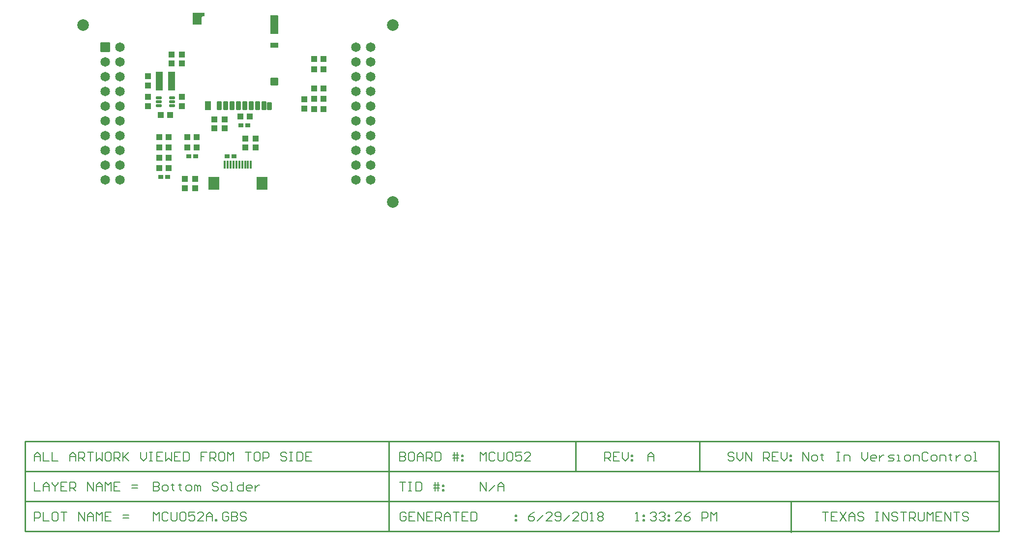
<source format=gbs>
G04 Layer_Color=16711935*
%FSAX25Y25*%
%MOIN*%
G70*
G01*
G75*
%ADD10C,0.01000*%
%ADD11C,0.00800*%
%ADD37C,0.06496*%
G04:AMPARAMS|DCode=38|XSize=64.96mil|YSize=64.96mil|CornerRadius=3.8mil|HoleSize=0mil|Usage=FLASHONLY|Rotation=270.000|XOffset=0mil|YOffset=0mil|HoleType=Round|Shape=RoundedRectangle|*
%AMROUNDEDRECTD38*
21,1,0.06496,0.05736,0,0,270.0*
21,1,0.05736,0.06496,0,0,270.0*
1,1,0.00760,-0.02868,-0.02868*
1,1,0.00760,-0.02868,0.02868*
1,1,0.00760,0.02868,0.02868*
1,1,0.00760,0.02868,-0.02868*
%
%ADD38ROUNDEDRECTD38*%
%ADD39R,0.04134X0.04331*%
%ADD40R,0.04331X0.04134*%
G04:AMPARAMS|DCode=41|XSize=19.68mil|YSize=37.4mil|CornerRadius=3.94mil|HoleSize=0mil|Usage=FLASHONLY|Rotation=90.000|XOffset=0mil|YOffset=0mil|HoleType=Round|Shape=RoundedRectangle|*
%AMROUNDEDRECTD41*
21,1,0.01968,0.02953,0,0,90.0*
21,1,0.01181,0.03740,0,0,90.0*
1,1,0.00787,0.01476,0.00591*
1,1,0.00787,0.01476,-0.00591*
1,1,0.00787,-0.01476,-0.00591*
1,1,0.00787,-0.01476,0.00591*
%
%ADD41ROUNDEDRECTD41*%
%ADD42R,0.03543X0.02756*%
%ADD43R,0.01575X0.05512*%
%ADD44R,0.07480X0.09055*%
G04:AMPARAMS|DCode=45|XSize=43.31mil|YSize=43.31mil|CornerRadius=3.54mil|HoleSize=0mil|Usage=FLASHONLY|Rotation=0.000|XOffset=0mil|YOffset=0mil|HoleType=Round|Shape=RoundedRectangle|*
%AMROUNDEDRECTD45*
21,1,0.04331,0.03622,0,0,0.0*
21,1,0.03622,0.04331,0,0,0.0*
1,1,0.00709,0.01811,-0.01811*
1,1,0.00709,-0.01811,-0.01811*
1,1,0.00709,-0.01811,0.01811*
1,1,0.00709,0.01811,0.01811*
%
%ADD45ROUNDEDRECTD45*%
G04:AMPARAMS|DCode=46|XSize=51.18mil|YSize=129.92mil|CornerRadius=3.86mil|HoleSize=0mil|Usage=FLASHONLY|Rotation=0.000|XOffset=0mil|YOffset=0mil|HoleType=Round|Shape=RoundedRectangle|*
%AMROUNDEDRECTD46*
21,1,0.05118,0.12220,0,0,0.0*
21,1,0.04347,0.12992,0,0,0.0*
1,1,0.00772,0.02173,-0.06110*
1,1,0.00772,-0.02173,-0.06110*
1,1,0.00772,-0.02173,0.06110*
1,1,0.00772,0.02173,0.06110*
%
%ADD46ROUNDEDRECTD46*%
G04:AMPARAMS|DCode=47|XSize=51.18mil|YSize=51.18mil|CornerRadius=3.86mil|HoleSize=0mil|Usage=FLASHONLY|Rotation=0.000|XOffset=0mil|YOffset=0mil|HoleType=Round|Shape=RoundedRectangle|*
%AMROUNDEDRECTD47*
21,1,0.05118,0.04347,0,0,0.0*
21,1,0.04347,0.05118,0,0,0.0*
1,1,0.00772,0.02173,-0.02173*
1,1,0.00772,-0.02173,-0.02173*
1,1,0.00772,-0.02173,0.02173*
1,1,0.00772,0.02173,0.02173*
%
%ADD47ROUNDEDRECTD47*%
G04:AMPARAMS|DCode=48|XSize=43.31mil|YSize=59.05mil|CornerRadius=3.94mil|HoleSize=0mil|Usage=FLASHONLY|Rotation=0.000|XOffset=0mil|YOffset=0mil|HoleType=Round|Shape=RoundedRectangle|*
%AMROUNDEDRECTD48*
21,1,0.04331,0.05118,0,0,0.0*
21,1,0.03543,0.05905,0,0,0.0*
1,1,0.00787,0.01772,-0.02559*
1,1,0.00787,-0.01772,-0.02559*
1,1,0.00787,-0.01772,0.02559*
1,1,0.00787,0.01772,0.02559*
%
%ADD48ROUNDEDRECTD48*%
G04:AMPARAMS|DCode=49|XSize=51.18mil|YSize=35.43mil|CornerRadius=3.23mil|HoleSize=0mil|Usage=FLASHONLY|Rotation=0.000|XOffset=0mil|YOffset=0mil|HoleType=Round|Shape=RoundedRectangle|*
%AMROUNDEDRECTD49*
21,1,0.05118,0.02898,0,0,0.0*
21,1,0.04472,0.03543,0,0,0.0*
1,1,0.00646,0.02236,-0.01449*
1,1,0.00646,-0.02236,-0.01449*
1,1,0.00646,-0.02236,0.01449*
1,1,0.00646,0.02236,0.01449*
%
%ADD49ROUNDEDRECTD49*%
G04:AMPARAMS|DCode=50|XSize=31.5mil|YSize=51.18mil|CornerRadius=3.9mil|HoleSize=0mil|Usage=FLASHONLY|Rotation=0.000|XOffset=0mil|YOffset=0mil|HoleType=Round|Shape=RoundedRectangle|*
%AMROUNDEDRECTD50*
21,1,0.03150,0.04339,0,0,0.0*
21,1,0.02370,0.05118,0,0,0.0*
1,1,0.00779,0.01185,-0.02169*
1,1,0.00779,-0.01185,-0.02169*
1,1,0.00779,-0.01185,0.02169*
1,1,0.00779,0.01185,0.02169*
%
%ADD50ROUNDEDRECTD50*%
G04:AMPARAMS|DCode=51|XSize=31.5mil|YSize=59.05mil|CornerRadius=3.9mil|HoleSize=0mil|Usage=FLASHONLY|Rotation=0.000|XOffset=0mil|YOffset=0mil|HoleType=Round|Shape=RoundedRectangle|*
%AMROUNDEDRECTD51*
21,1,0.03150,0.05126,0,0,0.0*
21,1,0.02370,0.05905,0,0,0.0*
1,1,0.00779,0.01185,-0.02563*
1,1,0.00779,-0.01185,-0.02563*
1,1,0.00779,-0.01185,0.02563*
1,1,0.00779,0.01185,0.02563*
%
%ADD51ROUNDEDRECTD51*%
%ADD52R,0.04803X0.12992*%
%ADD53C,0.07874*%
G36*
X0161601Y0391681D02*
X0161638Y0391669D01*
X0161672Y0391651D01*
X0161702Y0391627D01*
X0161727Y0391597D01*
X0161745Y0391562D01*
X0161756Y0391525D01*
X0161760Y0391487D01*
Y0389518D01*
X0161756Y0389479D01*
X0161745Y0389442D01*
X0161727Y0389408D01*
X0161702Y0389378D01*
X0161672Y0389354D01*
X0161638Y0389335D01*
X0161601Y0389324D01*
X0161562Y0389320D01*
X0160266D01*
X0159792Y0388846D01*
Y0384006D01*
X0159788Y0383968D01*
X0159776Y0383931D01*
X0159758Y0383896D01*
X0159734Y0383866D01*
X0159704Y0383842D01*
X0159669Y0383824D01*
X0159632Y0383812D01*
X0159594Y0383808D01*
X0153688D01*
X0153650Y0383812D01*
X0153612Y0383824D01*
X0153578Y0383842D01*
X0153548Y0383866D01*
X0153524Y0383896D01*
X0153505Y0383931D01*
X0153494Y0383968D01*
X0153490Y0384006D01*
Y0391487D01*
X0153494Y0391525D01*
X0153505Y0391562D01*
X0153524Y0391597D01*
X0153548Y0391627D01*
X0153578Y0391651D01*
X0153612Y0391669D01*
X0153650Y0391681D01*
X0153688Y0391684D01*
X0161562D01*
X0161601Y0391681D01*
D02*
G37*
G54D10*
X0497200Y0080717D02*
Y0101050D01*
X0413200Y0080717D02*
Y0101050D01*
X0040000Y0080717D02*
X0700200D01*
X0040000Y0060383D02*
X0700000D01*
X0040000Y0040050D02*
X0440500D01*
X0040050Y0101050D02*
X0700200D01*
X0040050Y0040050D02*
Y0101050D01*
Y0040050D02*
X0197600D01*
X0040000D02*
Y0101050D01*
X0286500Y0040050D02*
Y0101050D01*
X0700200Y0040050D02*
Y0101050D01*
X0440500Y0040050D02*
X0700200D01*
X0559400Y0039400D02*
Y0059683D01*
G54D11*
X0126900Y0073549D02*
Y0067551D01*
X0129899D01*
X0130899Y0068550D01*
Y0069550D01*
X0129899Y0070550D01*
X0126900D01*
X0129899D01*
X0130899Y0071549D01*
Y0072549D01*
X0129899Y0073549D01*
X0126900D01*
X0133898Y0067551D02*
X0135897D01*
X0136897Y0068550D01*
Y0070550D01*
X0135897Y0071549D01*
X0133898D01*
X0132898Y0070550D01*
Y0068550D01*
X0133898Y0067551D01*
X0139896Y0072549D02*
Y0071549D01*
X0138896D01*
X0140895D01*
X0139896D01*
Y0068550D01*
X0140895Y0067551D01*
X0144894Y0072549D02*
Y0071549D01*
X0143895D01*
X0145894D01*
X0144894D01*
Y0068550D01*
X0145894Y0067551D01*
X0149893D02*
X0151892D01*
X0152892Y0068550D01*
Y0070550D01*
X0151892Y0071549D01*
X0149893D01*
X0148893Y0070550D01*
Y0068550D01*
X0149893Y0067551D01*
X0154891D02*
Y0071549D01*
X0155891D01*
X0156890Y0070550D01*
Y0067551D01*
Y0070550D01*
X0157890Y0071549D01*
X0158890Y0070550D01*
Y0067551D01*
X0170886Y0072549D02*
X0169886Y0073549D01*
X0167887D01*
X0166887Y0072549D01*
Y0071549D01*
X0167887Y0070550D01*
X0169886D01*
X0170886Y0069550D01*
Y0068550D01*
X0169886Y0067551D01*
X0167887D01*
X0166887Y0068550D01*
X0173885Y0067551D02*
X0175884D01*
X0176884Y0068550D01*
Y0070550D01*
X0175884Y0071549D01*
X0173885D01*
X0172885Y0070550D01*
Y0068550D01*
X0173885Y0067551D01*
X0178883D02*
X0180883D01*
X0179883D01*
Y0073549D01*
X0178883D01*
X0187880D02*
Y0067551D01*
X0184881D01*
X0183882Y0068550D01*
Y0070550D01*
X0184881Y0071549D01*
X0187880D01*
X0192879Y0067551D02*
X0190879D01*
X0189880Y0068550D01*
Y0070550D01*
X0190879Y0071549D01*
X0192879D01*
X0193878Y0070550D01*
Y0069550D01*
X0189880D01*
X0195878Y0071549D02*
Y0067551D01*
Y0069550D01*
X0196877Y0070550D01*
X0197877Y0071549D01*
X0198877D01*
X0567400Y0087833D02*
Y0093831D01*
X0571399Y0087833D01*
Y0093831D01*
X0574398Y0087833D02*
X0576397D01*
X0577397Y0088833D01*
Y0090832D01*
X0576397Y0091832D01*
X0574398D01*
X0573398Y0090832D01*
Y0088833D01*
X0574398Y0087833D01*
X0580396Y0092832D02*
Y0091832D01*
X0579396D01*
X0581395D01*
X0580396D01*
Y0088833D01*
X0581395Y0087833D01*
X0590393Y0093831D02*
X0592392D01*
X0591392D01*
Y0087833D01*
X0590393D01*
X0592392D01*
X0595391D02*
Y0091832D01*
X0598390D01*
X0599390Y0090832D01*
Y0087833D01*
X0607387Y0093831D02*
Y0089833D01*
X0609386Y0087833D01*
X0611386Y0089833D01*
Y0093831D01*
X0616384Y0087833D02*
X0614385D01*
X0613385Y0088833D01*
Y0090832D01*
X0614385Y0091832D01*
X0616384D01*
X0617384Y0090832D01*
Y0089833D01*
X0613385D01*
X0619383Y0091832D02*
Y0087833D01*
Y0089833D01*
X0620383Y0090832D01*
X0621383Y0091832D01*
X0622382D01*
X0625381Y0087833D02*
X0628380D01*
X0629380Y0088833D01*
X0628380Y0089833D01*
X0626381D01*
X0625381Y0090832D01*
X0626381Y0091832D01*
X0629380D01*
X0631379Y0087833D02*
X0633379D01*
X0632379D01*
Y0091832D01*
X0631379D01*
X0637377Y0087833D02*
X0639377D01*
X0640376Y0088833D01*
Y0090832D01*
X0639377Y0091832D01*
X0637377D01*
X0636378Y0090832D01*
Y0088833D01*
X0637377Y0087833D01*
X0642376D02*
Y0091832D01*
X0645375D01*
X0646374Y0090832D01*
Y0087833D01*
X0652373Y0092832D02*
X0651373Y0093831D01*
X0649373D01*
X0648374Y0092832D01*
Y0088833D01*
X0649373Y0087833D01*
X0651373D01*
X0652373Y0088833D01*
X0655372Y0087833D02*
X0657371D01*
X0658371Y0088833D01*
Y0090832D01*
X0657371Y0091832D01*
X0655372D01*
X0654372Y0090832D01*
Y0088833D01*
X0655372Y0087833D01*
X0660370D02*
Y0091832D01*
X0663369D01*
X0664369Y0090832D01*
Y0087833D01*
X0667368Y0092832D02*
Y0091832D01*
X0666368D01*
X0668367D01*
X0667368D01*
Y0088833D01*
X0668367Y0087833D01*
X0671366Y0091832D02*
Y0087833D01*
Y0089833D01*
X0672366Y0090832D01*
X0673366Y0091832D01*
X0674365D01*
X0678364Y0087833D02*
X0680364D01*
X0681363Y0088833D01*
Y0090832D01*
X0680364Y0091832D01*
X0678364D01*
X0677364Y0090832D01*
Y0088833D01*
X0678364Y0087833D01*
X0683362D02*
X0685362D01*
X0684362D01*
Y0093831D01*
X0683362D01*
X0520799Y0092832D02*
X0519799Y0093831D01*
X0517800D01*
X0516800Y0092832D01*
Y0091832D01*
X0517800Y0090832D01*
X0519799D01*
X0520799Y0089833D01*
Y0088833D01*
X0519799Y0087833D01*
X0517800D01*
X0516800Y0088833D01*
X0522798Y0093831D02*
Y0089833D01*
X0524797Y0087833D01*
X0526797Y0089833D01*
Y0093831D01*
X0528796Y0087833D02*
Y0093831D01*
X0532795Y0087833D01*
Y0093831D01*
X0540792Y0087833D02*
Y0093831D01*
X0543791D01*
X0544791Y0092832D01*
Y0090832D01*
X0543791Y0089833D01*
X0540792D01*
X0542792D02*
X0544791Y0087833D01*
X0550789Y0093831D02*
X0546790D01*
Y0087833D01*
X0550789D01*
X0546790Y0090832D02*
X0548790D01*
X0552788Y0093831D02*
Y0089833D01*
X0554788Y0087833D01*
X0556787Y0089833D01*
Y0093831D01*
X0558786Y0091832D02*
X0559786D01*
Y0090832D01*
X0558786D01*
Y0091832D01*
Y0088833D02*
X0559786D01*
Y0087833D01*
X0558786D01*
Y0088833D01*
X0433000Y0087833D02*
Y0093831D01*
X0435999D01*
X0436999Y0092832D01*
Y0090832D01*
X0435999Y0089833D01*
X0433000D01*
X0434999D02*
X0436999Y0087833D01*
X0442997Y0093831D02*
X0438998D01*
Y0087833D01*
X0442997D01*
X0438998Y0090832D02*
X0440997D01*
X0444996Y0093831D02*
Y0089833D01*
X0446995Y0087833D01*
X0448995Y0089833D01*
Y0093831D01*
X0450994Y0091832D02*
X0451994D01*
Y0090832D01*
X0450994D01*
Y0091832D01*
Y0088833D02*
X0451994D01*
Y0087833D01*
X0450994D01*
Y0088833D01*
X0126900Y0046966D02*
Y0052965D01*
X0128899Y0050965D01*
X0130899Y0052965D01*
Y0046966D01*
X0136897Y0051965D02*
X0135897Y0052965D01*
X0133898D01*
X0132898Y0051965D01*
Y0047966D01*
X0133898Y0046966D01*
X0135897D01*
X0136897Y0047966D01*
X0138896Y0052965D02*
Y0047966D01*
X0139896Y0046966D01*
X0141895D01*
X0142895Y0047966D01*
Y0052965D01*
X0144894Y0051965D02*
X0145894Y0052965D01*
X0147893D01*
X0148893Y0051965D01*
Y0047966D01*
X0147893Y0046966D01*
X0145894D01*
X0144894Y0047966D01*
Y0051965D01*
X0154891Y0052965D02*
X0150892D01*
Y0049966D01*
X0152892Y0050965D01*
X0153891D01*
X0154891Y0049966D01*
Y0047966D01*
X0153891Y0046966D01*
X0151892D01*
X0150892Y0047966D01*
X0160889Y0046966D02*
X0156890D01*
X0160889Y0050965D01*
Y0051965D01*
X0159889Y0052965D01*
X0157890D01*
X0156890Y0051965D01*
X0162888Y0046966D02*
Y0050965D01*
X0164888Y0052965D01*
X0166887Y0050965D01*
Y0046966D01*
Y0049966D01*
X0162888D01*
X0168886Y0046966D02*
Y0047966D01*
X0169886D01*
Y0046966D01*
X0168886D01*
X0177884Y0051965D02*
X0176884Y0052965D01*
X0174884D01*
X0173885Y0051965D01*
Y0047966D01*
X0174884Y0046966D01*
X0176884D01*
X0177884Y0047966D01*
Y0049966D01*
X0175884D01*
X0179883Y0052965D02*
Y0046966D01*
X0182882D01*
X0183882Y0047966D01*
Y0048966D01*
X0182882Y0049966D01*
X0179883D01*
X0182882D01*
X0183882Y0050965D01*
Y0051965D01*
X0182882Y0052965D01*
X0179883D01*
X0189880Y0051965D02*
X0188880Y0052965D01*
X0186881D01*
X0185881Y0051965D01*
Y0050965D01*
X0186881Y0049966D01*
X0188880D01*
X0189880Y0048966D01*
Y0047966D01*
X0188880Y0046966D01*
X0186881D01*
X0185881Y0047966D01*
X0385149Y0052965D02*
X0383149Y0051965D01*
X0381150Y0049966D01*
Y0047966D01*
X0382150Y0046966D01*
X0384149D01*
X0385149Y0047966D01*
Y0048966D01*
X0384149Y0049966D01*
X0381150D01*
X0387148Y0046966D02*
X0391147Y0050965D01*
X0397145Y0046966D02*
X0393146D01*
X0397145Y0050965D01*
Y0051965D01*
X0396145Y0052965D01*
X0394146D01*
X0393146Y0051965D01*
X0399144Y0047966D02*
X0400144Y0046966D01*
X0402143D01*
X0403143Y0047966D01*
Y0051965D01*
X0402143Y0052965D01*
X0400144D01*
X0399144Y0051965D01*
Y0050965D01*
X0400144Y0049966D01*
X0403143D01*
X0405142Y0046966D02*
X0409141Y0050965D01*
X0415139Y0046966D02*
X0411140D01*
X0415139Y0050965D01*
Y0051965D01*
X0414139Y0052965D01*
X0412140D01*
X0411140Y0051965D01*
X0417138D02*
X0418138Y0052965D01*
X0420137D01*
X0421137Y0051965D01*
Y0047966D01*
X0420137Y0046966D01*
X0418138D01*
X0417138Y0047966D01*
Y0051965D01*
X0423136Y0046966D02*
X0425136D01*
X0424136D01*
Y0052965D01*
X0423136Y0051965D01*
X0428135D02*
X0429135Y0052965D01*
X0431134D01*
X0432133Y0051965D01*
Y0050965D01*
X0431134Y0049966D01*
X0432133Y0048966D01*
Y0047966D01*
X0431134Y0046966D01*
X0429135D01*
X0428135Y0047966D01*
Y0048966D01*
X0429135Y0049966D01*
X0428135Y0050965D01*
Y0051965D01*
X0429135Y0049966D02*
X0431134D01*
X0298199Y0051965D02*
X0297199Y0052965D01*
X0295200D01*
X0294200Y0051965D01*
Y0047966D01*
X0295200Y0046966D01*
X0297199D01*
X0298199Y0047966D01*
Y0049966D01*
X0296199D01*
X0304197Y0052965D02*
X0300198D01*
Y0046966D01*
X0304197D01*
X0300198Y0049966D02*
X0302197D01*
X0306196Y0046966D02*
Y0052965D01*
X0310195Y0046966D01*
Y0052965D01*
X0316193D02*
X0312194D01*
Y0046966D01*
X0316193D01*
X0312194Y0049966D02*
X0314194D01*
X0318192Y0046966D02*
Y0052965D01*
X0321191D01*
X0322191Y0051965D01*
Y0049966D01*
X0321191Y0048966D01*
X0318192D01*
X0320192D02*
X0322191Y0046966D01*
X0324190D02*
Y0050965D01*
X0326190Y0052965D01*
X0328189Y0050965D01*
Y0046966D01*
Y0049966D01*
X0324190D01*
X0330188Y0052965D02*
X0334187D01*
X0332188D01*
Y0046966D01*
X0340185Y0052965D02*
X0336186D01*
Y0046966D01*
X0340185D01*
X0336186Y0049966D02*
X0338186D01*
X0342184Y0052965D02*
Y0046966D01*
X0345183D01*
X0346183Y0047966D01*
Y0051965D01*
X0345183Y0052965D01*
X0342184D01*
X0372175Y0050965D02*
X0373175D01*
Y0049966D01*
X0372175D01*
Y0050965D01*
Y0047966D02*
X0373175D01*
Y0046966D01*
X0372175D01*
Y0047966D01*
X0046350Y0087833D02*
Y0091832D01*
X0048349Y0093831D01*
X0050349Y0091832D01*
Y0087833D01*
Y0090832D01*
X0046350D01*
X0052348Y0093831D02*
Y0087833D01*
X0056347D01*
X0058346Y0093831D02*
Y0087833D01*
X0062345D01*
X0070342D02*
Y0091832D01*
X0072342Y0093831D01*
X0074341Y0091832D01*
Y0087833D01*
Y0090832D01*
X0070342D01*
X0076340Y0087833D02*
Y0093831D01*
X0079339D01*
X0080339Y0092832D01*
Y0090832D01*
X0079339Y0089833D01*
X0076340D01*
X0078340D02*
X0080339Y0087833D01*
X0082338Y0093831D02*
X0086337D01*
X0084338D01*
Y0087833D01*
X0088336Y0093831D02*
Y0087833D01*
X0090336Y0089833D01*
X0092335Y0087833D01*
Y0093831D01*
X0097334D02*
X0095334D01*
X0094335Y0092832D01*
Y0088833D01*
X0095334Y0087833D01*
X0097334D01*
X0098333Y0088833D01*
Y0092832D01*
X0097334Y0093831D01*
X0100332Y0087833D02*
Y0093831D01*
X0103332D01*
X0104331Y0092832D01*
Y0090832D01*
X0103332Y0089833D01*
X0100332D01*
X0102332D02*
X0104331Y0087833D01*
X0106331Y0093831D02*
Y0087833D01*
Y0089833D01*
X0110329Y0093831D01*
X0107330Y0090832D01*
X0110329Y0087833D01*
X0118327Y0093831D02*
Y0089833D01*
X0120326Y0087833D01*
X0122325Y0089833D01*
Y0093831D01*
X0124325D02*
X0126324D01*
X0125324D01*
Y0087833D01*
X0124325D01*
X0126324D01*
X0133322Y0093831D02*
X0129323D01*
Y0087833D01*
X0133322D01*
X0129323Y0090832D02*
X0131323D01*
X0135321Y0093831D02*
Y0087833D01*
X0137321Y0089833D01*
X0139320Y0087833D01*
Y0093831D01*
X0145318D02*
X0141319D01*
Y0087833D01*
X0145318D01*
X0141319Y0090832D02*
X0143319D01*
X0147317Y0093831D02*
Y0087833D01*
X0150316D01*
X0151316Y0088833D01*
Y0092832D01*
X0150316Y0093831D01*
X0147317D01*
X0163312D02*
X0159313D01*
Y0090832D01*
X0161313D01*
X0159313D01*
Y0087833D01*
X0165312D02*
Y0093831D01*
X0168310D01*
X0169310Y0092832D01*
Y0090832D01*
X0168310Y0089833D01*
X0165312D01*
X0167311D02*
X0169310Y0087833D01*
X0174309Y0093831D02*
X0172309D01*
X0171310Y0092832D01*
Y0088833D01*
X0172309Y0087833D01*
X0174309D01*
X0175308Y0088833D01*
Y0092832D01*
X0174309Y0093831D01*
X0177308Y0087833D02*
Y0093831D01*
X0179307Y0091832D01*
X0181306Y0093831D01*
Y0087833D01*
X0189304Y0093831D02*
X0193303D01*
X0191303D01*
Y0087833D01*
X0198301Y0093831D02*
X0196301D01*
X0195302Y0092832D01*
Y0088833D01*
X0196301Y0087833D01*
X0198301D01*
X0199301Y0088833D01*
Y0092832D01*
X0198301Y0093831D01*
X0201300Y0087833D02*
Y0093831D01*
X0204299D01*
X0205299Y0092832D01*
Y0090832D01*
X0204299Y0089833D01*
X0201300D01*
X0217295Y0092832D02*
X0216295Y0093831D01*
X0214296D01*
X0213296Y0092832D01*
Y0091832D01*
X0214296Y0090832D01*
X0216295D01*
X0217295Y0089833D01*
Y0088833D01*
X0216295Y0087833D01*
X0214296D01*
X0213296Y0088833D01*
X0219294Y0093831D02*
X0221293D01*
X0220294D01*
Y0087833D01*
X0219294D01*
X0221293D01*
X0224292Y0093831D02*
Y0087833D01*
X0227291D01*
X0228291Y0088833D01*
Y0092832D01*
X0227291Y0093831D01*
X0224292D01*
X0234289D02*
X0230291D01*
Y0087833D01*
X0234289D01*
X0230291Y0090832D02*
X0232290D01*
X0462150Y0087833D02*
Y0091832D01*
X0464149Y0093831D01*
X0466149Y0091832D01*
Y0087833D01*
Y0090832D01*
X0462150D01*
X0348550Y0087833D02*
Y0093831D01*
X0350549Y0091832D01*
X0352549Y0093831D01*
Y0087833D01*
X0358547Y0092832D02*
X0357547Y0093831D01*
X0355548D01*
X0354548Y0092832D01*
Y0088833D01*
X0355548Y0087833D01*
X0357547D01*
X0358547Y0088833D01*
X0360546Y0093831D02*
Y0088833D01*
X0361546Y0087833D01*
X0363545D01*
X0364545Y0088833D01*
Y0093831D01*
X0366544Y0092832D02*
X0367544Y0093831D01*
X0369543D01*
X0370543Y0092832D01*
Y0088833D01*
X0369543Y0087833D01*
X0367544D01*
X0366544Y0088833D01*
Y0092832D01*
X0376541Y0093831D02*
X0372542D01*
Y0090832D01*
X0374542Y0091832D01*
X0375541D01*
X0376541Y0090832D01*
Y0088833D01*
X0375541Y0087833D01*
X0373542D01*
X0372542Y0088833D01*
X0382539Y0087833D02*
X0378540D01*
X0382539Y0091832D01*
Y0092832D01*
X0381539Y0093831D01*
X0379540D01*
X0378540Y0092832D01*
X0294000Y0093831D02*
Y0087833D01*
X0296999D01*
X0297999Y0088833D01*
Y0089833D01*
X0296999Y0090832D01*
X0294000D01*
X0296999D01*
X0297999Y0091832D01*
Y0092832D01*
X0296999Y0093831D01*
X0294000D01*
X0302997D02*
X0300998D01*
X0299998Y0092832D01*
Y0088833D01*
X0300998Y0087833D01*
X0302997D01*
X0303997Y0088833D01*
Y0092832D01*
X0302997Y0093831D01*
X0305996Y0087833D02*
Y0091832D01*
X0307996Y0093831D01*
X0309995Y0091832D01*
Y0087833D01*
Y0090832D01*
X0305996D01*
X0311994Y0087833D02*
Y0093831D01*
X0314993D01*
X0315993Y0092832D01*
Y0090832D01*
X0314993Y0089833D01*
X0311994D01*
X0313994D02*
X0315993Y0087833D01*
X0317992Y0093831D02*
Y0087833D01*
X0320991D01*
X0321991Y0088833D01*
Y0092832D01*
X0320991Y0093831D01*
X0317992D01*
X0330988Y0087833D02*
Y0093831D01*
X0332987D02*
Y0087833D01*
X0329988Y0091832D02*
X0332987D01*
X0333987D01*
X0329988Y0089833D02*
X0333987D01*
X0335986Y0091832D02*
X0336986D01*
Y0090832D01*
X0335986D01*
Y0091832D01*
Y0088833D02*
X0336986D01*
Y0087833D01*
X0335986D01*
Y0088833D01*
X0046350Y0073549D02*
Y0067551D01*
X0050349D01*
X0052348D02*
Y0071549D01*
X0054347Y0073549D01*
X0056347Y0071549D01*
Y0067551D01*
Y0070550D01*
X0052348D01*
X0058346Y0073549D02*
Y0072549D01*
X0060346Y0070550D01*
X0062345Y0072549D01*
Y0073549D01*
X0060346Y0070550D02*
Y0067551D01*
X0068343Y0073549D02*
X0064344D01*
Y0067551D01*
X0068343D01*
X0064344Y0070550D02*
X0066343D01*
X0070342Y0067551D02*
Y0073549D01*
X0073341D01*
X0074341Y0072549D01*
Y0070550D01*
X0073341Y0069550D01*
X0070342D01*
X0072342D02*
X0074341Y0067551D01*
X0082338D02*
Y0073549D01*
X0086337Y0067551D01*
Y0073549D01*
X0088336Y0067551D02*
Y0071549D01*
X0090336Y0073549D01*
X0092335Y0071549D01*
Y0067551D01*
Y0070550D01*
X0088336D01*
X0094335Y0067551D02*
Y0073549D01*
X0096334Y0071549D01*
X0098333Y0073549D01*
Y0067551D01*
X0104331Y0073549D02*
X0100332D01*
Y0067551D01*
X0104331D01*
X0100332Y0070550D02*
X0102332D01*
X0112329Y0069550D02*
X0116327D01*
X0112329Y0071549D02*
X0116327D01*
X0046350Y0046966D02*
Y0052965D01*
X0049349D01*
X0050349Y0051965D01*
Y0049966D01*
X0049349Y0048966D01*
X0046350D01*
X0052348Y0052965D02*
Y0046966D01*
X0056347D01*
X0061345Y0052965D02*
X0059346D01*
X0058346Y0051965D01*
Y0047966D01*
X0059346Y0046966D01*
X0061345D01*
X0062345Y0047966D01*
Y0051965D01*
X0061345Y0052965D01*
X0064344D02*
X0068343D01*
X0066343D01*
Y0046966D01*
X0076340D02*
Y0052965D01*
X0080339Y0046966D01*
Y0052965D01*
X0082338Y0046966D02*
Y0050965D01*
X0084338Y0052965D01*
X0086337Y0050965D01*
Y0046966D01*
Y0049966D01*
X0082338D01*
X0088336Y0046966D02*
Y0052965D01*
X0090336Y0050965D01*
X0092335Y0052965D01*
Y0046966D01*
X0098333Y0052965D02*
X0094335D01*
Y0046966D01*
X0098333D01*
X0094335Y0049966D02*
X0096334D01*
X0106331Y0048966D02*
X0110329D01*
X0106331Y0050965D02*
X0110329D01*
X0454050Y0046966D02*
X0456049D01*
X0455050D01*
Y0052965D01*
X0454050Y0051965D01*
X0459048Y0050965D02*
X0460048D01*
Y0049966D01*
X0459048D01*
Y0050965D01*
Y0047966D02*
X0460048D01*
Y0046966D01*
X0459048D01*
Y0047966D01*
X0464047Y0051965D02*
X0465046Y0052965D01*
X0467046D01*
X0468046Y0051965D01*
Y0050965D01*
X0467046Y0049966D01*
X0466046D01*
X0467046D01*
X0468046Y0048966D01*
Y0047966D01*
X0467046Y0046966D01*
X0465046D01*
X0464047Y0047966D01*
X0470045Y0051965D02*
X0471044Y0052965D01*
X0473044D01*
X0474044Y0051965D01*
Y0050965D01*
X0473044Y0049966D01*
X0472044D01*
X0473044D01*
X0474044Y0048966D01*
Y0047966D01*
X0473044Y0046966D01*
X0471044D01*
X0470045Y0047966D01*
X0476043Y0050965D02*
X0477043D01*
Y0049966D01*
X0476043D01*
Y0050965D01*
Y0047966D02*
X0477043D01*
Y0046966D01*
X0476043D01*
Y0047966D01*
X0485040Y0046966D02*
X0481041D01*
X0485040Y0050965D01*
Y0051965D01*
X0484040Y0052965D01*
X0482041D01*
X0481041Y0051965D01*
X0491038Y0052965D02*
X0489039Y0051965D01*
X0487039Y0049966D01*
Y0047966D01*
X0488039Y0046966D01*
X0490038D01*
X0491038Y0047966D01*
Y0048966D01*
X0490038Y0049966D01*
X0487039D01*
X0499035Y0046966D02*
Y0052965D01*
X0502035D01*
X0503034Y0051965D01*
Y0049966D01*
X0502035Y0048966D01*
X0499035D01*
X0505033Y0046966D02*
Y0052965D01*
X0507033Y0050965D01*
X0509032Y0052965D01*
Y0046966D01*
X0580500Y0052965D02*
X0584499D01*
X0582499D01*
Y0046966D01*
X0590497Y0052965D02*
X0586498D01*
Y0046966D01*
X0590497D01*
X0586498Y0049966D02*
X0588497D01*
X0592496Y0052965D02*
X0596495Y0046966D01*
Y0052965D02*
X0592496Y0046966D01*
X0598494D02*
Y0050965D01*
X0600493Y0052965D01*
X0602493Y0050965D01*
Y0046966D01*
Y0049966D01*
X0598494D01*
X0608491Y0051965D02*
X0607491Y0052965D01*
X0605492D01*
X0604492Y0051965D01*
Y0050965D01*
X0605492Y0049966D01*
X0607491D01*
X0608491Y0048966D01*
Y0047966D01*
X0607491Y0046966D01*
X0605492D01*
X0604492Y0047966D01*
X0616488Y0052965D02*
X0618488D01*
X0617488D01*
Y0046966D01*
X0616488D01*
X0618488D01*
X0621487D02*
Y0052965D01*
X0625486Y0046966D01*
Y0052965D01*
X0631484Y0051965D02*
X0630484Y0052965D01*
X0628484D01*
X0627485Y0051965D01*
Y0050965D01*
X0628484Y0049966D01*
X0630484D01*
X0631484Y0048966D01*
Y0047966D01*
X0630484Y0046966D01*
X0628484D01*
X0627485Y0047966D01*
X0633483Y0052965D02*
X0637482D01*
X0635482D01*
Y0046966D01*
X0639481D02*
Y0052965D01*
X0642480D01*
X0643480Y0051965D01*
Y0049966D01*
X0642480Y0048966D01*
X0639481D01*
X0641480D02*
X0643480Y0046966D01*
X0645479Y0052965D02*
Y0047966D01*
X0646479Y0046966D01*
X0648478D01*
X0649478Y0047966D01*
Y0052965D01*
X0651477Y0046966D02*
Y0052965D01*
X0653476Y0050965D01*
X0655476Y0052965D01*
Y0046966D01*
X0661474Y0052965D02*
X0657475D01*
Y0046966D01*
X0661474D01*
X0657475Y0049966D02*
X0659474D01*
X0663473Y0046966D02*
Y0052965D01*
X0667472Y0046966D01*
Y0052965D01*
X0669471D02*
X0673470D01*
X0671471D01*
Y0046966D01*
X0679468Y0051965D02*
X0678468Y0052965D01*
X0676469D01*
X0675469Y0051965D01*
Y0050965D01*
X0676469Y0049966D01*
X0678468D01*
X0679468Y0048966D01*
Y0047966D01*
X0678468Y0046966D01*
X0676469D01*
X0675469Y0047966D01*
X0294000Y0073498D02*
X0297999D01*
X0295999D01*
Y0067500D01*
X0299998Y0073498D02*
X0301997D01*
X0300998D01*
Y0067500D01*
X0299998D01*
X0301997D01*
X0304996Y0073498D02*
Y0067500D01*
X0307996D01*
X0308995Y0068500D01*
Y0072498D01*
X0307996Y0073498D01*
X0304996D01*
X0317992Y0067500D02*
Y0073498D01*
X0319992D02*
Y0067500D01*
X0316993Y0071499D02*
X0319992D01*
X0320991D01*
X0316993Y0069499D02*
X0320991D01*
X0322991Y0071499D02*
X0323990D01*
Y0070499D01*
X0322991D01*
Y0071499D01*
Y0068500D02*
X0323990D01*
Y0067500D01*
X0322991D01*
Y0068500D01*
X0348550Y0067500D02*
Y0073498D01*
X0352549Y0067500D01*
Y0073498D01*
X0354548Y0067500D02*
X0358547Y0071499D01*
X0360546Y0067500D02*
Y0071499D01*
X0362545Y0073498D01*
X0364545Y0071499D01*
Y0067500D01*
Y0070499D01*
X0360546D01*
G54D37*
X0104200Y0278400D02*
D03*
Y0288400D02*
D03*
Y0298400D02*
D03*
Y0308400D02*
D03*
Y0318400D02*
D03*
Y0328400D02*
D03*
Y0338400D02*
D03*
Y0348400D02*
D03*
Y0358400D02*
D03*
Y0368400D02*
D03*
X0094200Y0278400D02*
D03*
Y0288400D02*
D03*
Y0298400D02*
D03*
Y0308400D02*
D03*
Y0318400D02*
D03*
Y0328400D02*
D03*
Y0338400D02*
D03*
Y0348400D02*
D03*
Y0358400D02*
D03*
X0274200Y0278400D02*
D03*
Y0288400D02*
D03*
Y0298400D02*
D03*
Y0308400D02*
D03*
Y0318400D02*
D03*
Y0328400D02*
D03*
Y0338400D02*
D03*
Y0348400D02*
D03*
Y0358400D02*
D03*
Y0368400D02*
D03*
X0264200Y0278400D02*
D03*
Y0288400D02*
D03*
Y0298400D02*
D03*
Y0308400D02*
D03*
Y0318400D02*
D03*
Y0328400D02*
D03*
Y0338400D02*
D03*
Y0348400D02*
D03*
Y0358400D02*
D03*
Y0368400D02*
D03*
G54D38*
X0094200D02*
D03*
G54D39*
X0229200Y0333050D02*
D03*
Y0326750D02*
D03*
X0139200Y0357250D02*
D03*
Y0363550D02*
D03*
X0146200Y0357250D02*
D03*
Y0363550D02*
D03*
X0123200Y0342282D02*
D03*
Y0348581D02*
D03*
Y0334581D02*
D03*
Y0328282D02*
D03*
X0146200D02*
D03*
Y0334581D02*
D03*
X0168200Y0319550D02*
D03*
Y0313250D02*
D03*
X0175200Y0319550D02*
D03*
Y0313250D02*
D03*
X0148200Y0272750D02*
D03*
Y0279050D02*
D03*
X0155200Y0279050D02*
D03*
Y0272750D02*
D03*
X0189332Y0300250D02*
D03*
Y0306550D02*
D03*
X0196332Y0300250D02*
D03*
Y0306550D02*
D03*
G54D40*
X0138350Y0322431D02*
D03*
X0132050D02*
D03*
X0131050Y0286408D02*
D03*
X0137350D02*
D03*
X0131050Y0293400D02*
D03*
X0137350D02*
D03*
X0131050Y0300400D02*
D03*
X0137350D02*
D03*
X0131050Y0307400D02*
D03*
X0137350D02*
D03*
X0150050Y0300400D02*
D03*
X0156350D02*
D03*
X0150050Y0307400D02*
D03*
X0156350D02*
D03*
X0236050Y0326400D02*
D03*
X0242350D02*
D03*
X0236050Y0333400D02*
D03*
X0242350D02*
D03*
X0236050Y0340400D02*
D03*
X0242350D02*
D03*
X0236050Y0353400D02*
D03*
X0242350D02*
D03*
X0236050Y0360400D02*
D03*
X0242350D02*
D03*
X0186050Y0321400D02*
D03*
X0192350D02*
D03*
G54D41*
X0130771Y0333991D02*
D03*
Y0331432D02*
D03*
Y0328872D02*
D03*
X0139629D02*
D03*
Y0331432D02*
D03*
Y0333991D02*
D03*
G54D42*
X0155562Y0294400D02*
D03*
X0150838D02*
D03*
X0186338Y0315400D02*
D03*
X0191062D02*
D03*
X0136562Y0280400D02*
D03*
X0131838D02*
D03*
X0181562Y0294400D02*
D03*
X0176838D02*
D03*
G54D43*
X0175356Y0288801D02*
D03*
X0177324D02*
D03*
X0179293D02*
D03*
X0181261D02*
D03*
X0183229D02*
D03*
X0185198D02*
D03*
X0187167D02*
D03*
X0189135D02*
D03*
X0191103D02*
D03*
X0193072D02*
D03*
G54D44*
X0200552Y0276013D02*
D03*
X0167848Y0275999D02*
D03*
G54D45*
X0156641Y0386959D02*
D03*
G54D46*
X0209003Y0383809D02*
D03*
G54D47*
Y0345227D02*
D03*
G54D48*
X0164121Y0328691D02*
D03*
G54D49*
X0209003Y0369636D02*
D03*
G54D50*
X0205657Y0328298D02*
D03*
G54D51*
X0201917Y0328691D02*
D03*
X0197586D02*
D03*
X0193255D02*
D03*
X0188924D02*
D03*
X0184594D02*
D03*
X0180263D02*
D03*
X0175932D02*
D03*
X0171602D02*
D03*
G54D52*
X0139295Y0345431D02*
D03*
X0131105D02*
D03*
G54D53*
X0079200Y0383400D02*
D03*
X0289200D02*
D03*
Y0263400D02*
D03*
M02*

</source>
